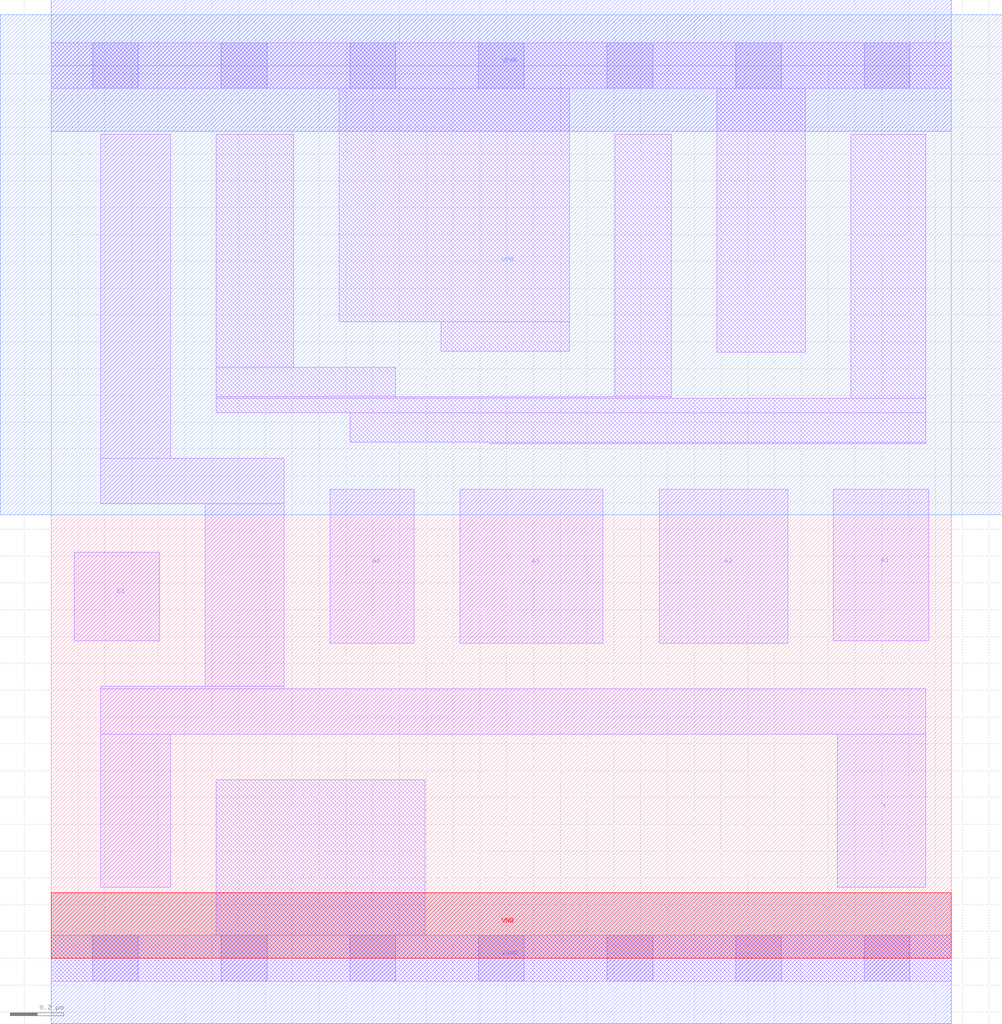
<source format=lef>
# Copyright 2020 The SkyWater PDK Authors
#
# Licensed under the Apache License, Version 2.0 (the "License");
# you may not use this file except in compliance with the License.
# You may obtain a copy of the License at
#
#     https://www.apache.org/licenses/LICENSE-2.0
#
# Unless required by applicable law or agreed to in writing, software
# distributed under the License is distributed on an "AS IS" BASIS,
# WITHOUT WARRANTIES OR CONDITIONS OF ANY KIND, either express or implied.
# See the License for the specific language governing permissions and
# limitations under the License.
#
# SPDX-License-Identifier: Apache-2.0

VERSION 5.7 ;
  NOWIREEXTENSIONATPIN ON ;
  DIVIDERCHAR "/" ;
  BUSBITCHARS "[]" ;
MACRO sky130_fd_sc_lp__a41oi_1
  CLASS CORE ;
  FOREIGN sky130_fd_sc_lp__a41oi_1 ;
  ORIGIN  0.000000  0.000000 ;
  SIZE  3.360000 BY  3.330000 ;
  SYMMETRY X Y R90 ;
  SITE unit ;
  PIN A1
    ANTENNAGATEAREA  0.315000 ;
    DIRECTION INPUT ;
    USE SIGNAL ;
    PORT
      LAYER li1 ;
        RECT 2.920000 1.185000 3.275000 1.750000 ;
    END
  END A1
  PIN A2
    ANTENNAGATEAREA  0.315000 ;
    DIRECTION INPUT ;
    USE SIGNAL ;
    PORT
      LAYER li1 ;
        RECT 2.270000 1.175000 2.750000 1.750000 ;
    END
  END A2
  PIN A3
    ANTENNAGATEAREA  0.315000 ;
    DIRECTION INPUT ;
    USE SIGNAL ;
    PORT
      LAYER li1 ;
        RECT 1.525000 1.175000 2.060000 1.750000 ;
    END
  END A3
  PIN A4
    ANTENNAGATEAREA  0.315000 ;
    DIRECTION INPUT ;
    USE SIGNAL ;
    PORT
      LAYER li1 ;
        RECT 1.040000 1.175000 1.355000 1.750000 ;
    END
  END A4
  PIN B1
    ANTENNAGATEAREA  0.315000 ;
    DIRECTION INPUT ;
    USE SIGNAL ;
    PORT
      LAYER li1 ;
        RECT 0.085000 1.185000 0.405000 1.515000 ;
    END
  END B1
  PIN Y
    ANTENNADIFFAREA  0.779100 ;
    DIRECTION OUTPUT ;
    USE SIGNAL ;
    PORT
      LAYER li1 ;
        RECT 0.185000 0.265000 0.445000 0.835000 ;
        RECT 0.185000 0.835000 3.265000 1.005000 ;
        RECT 0.185000 1.005000 0.870000 1.015000 ;
        RECT 0.185000 1.695000 0.870000 1.865000 ;
        RECT 0.185000 1.865000 0.445000 3.075000 ;
        RECT 0.575000 1.015000 0.870000 1.695000 ;
        RECT 2.935000 0.265000 3.265000 0.835000 ;
    END
  END Y
  PIN VGND
    DIRECTION INOUT ;
    USE GROUND ;
    PORT
      LAYER met1 ;
        RECT 0.000000 -0.245000 3.360000 0.245000 ;
    END
  END VGND
  PIN VNB
    DIRECTION INOUT ;
    USE GROUND ;
    PORT
      LAYER pwell ;
        RECT 0.000000 0.000000 3.360000 0.245000 ;
    END
  END VNB
  PIN VPB
    DIRECTION INOUT ;
    USE POWER ;
    PORT
      LAYER nwell ;
        RECT -0.190000 1.655000 3.550000 3.520000 ;
    END
  END VPB
  PIN VPWR
    DIRECTION INOUT ;
    USE POWER ;
    PORT
      LAYER met1 ;
        RECT 0.000000 3.085000 3.360000 3.575000 ;
    END
  END VPWR
  OBS
    LAYER li1 ;
      RECT 0.000000 -0.085000 3.360000 0.085000 ;
      RECT 0.000000  3.245000 3.360000 3.415000 ;
      RECT 0.615000  0.085000 1.395000 0.665000 ;
      RECT 0.615000  2.035000 3.265000 2.090000 ;
      RECT 0.615000  2.090000 2.315000 2.095000 ;
      RECT 0.615000  2.095000 1.285000 2.205000 ;
      RECT 0.615000  2.205000 0.905000 3.075000 ;
      RECT 1.075000  2.375000 1.935000 3.245000 ;
      RECT 1.115000  1.925000 3.265000 2.035000 ;
      RECT 1.455000  2.265000 1.935000 2.375000 ;
      RECT 1.635000  1.920000 3.265000 1.925000 ;
      RECT 2.105000  2.095000 2.315000 3.075000 ;
      RECT 2.485000  2.260000 2.815000 3.245000 ;
      RECT 2.985000  2.090000 3.265000 3.075000 ;
    LAYER mcon ;
      RECT 0.155000 -0.085000 0.325000 0.085000 ;
      RECT 0.155000  3.245000 0.325000 3.415000 ;
      RECT 0.635000 -0.085000 0.805000 0.085000 ;
      RECT 0.635000  3.245000 0.805000 3.415000 ;
      RECT 1.115000 -0.085000 1.285000 0.085000 ;
      RECT 1.115000  3.245000 1.285000 3.415000 ;
      RECT 1.595000 -0.085000 1.765000 0.085000 ;
      RECT 1.595000  3.245000 1.765000 3.415000 ;
      RECT 2.075000 -0.085000 2.245000 0.085000 ;
      RECT 2.075000  3.245000 2.245000 3.415000 ;
      RECT 2.555000 -0.085000 2.725000 0.085000 ;
      RECT 2.555000  3.245000 2.725000 3.415000 ;
      RECT 3.035000 -0.085000 3.205000 0.085000 ;
      RECT 3.035000  3.245000 3.205000 3.415000 ;
  END
END sky130_fd_sc_lp__a41oi_1
END LIBRARY

</source>
